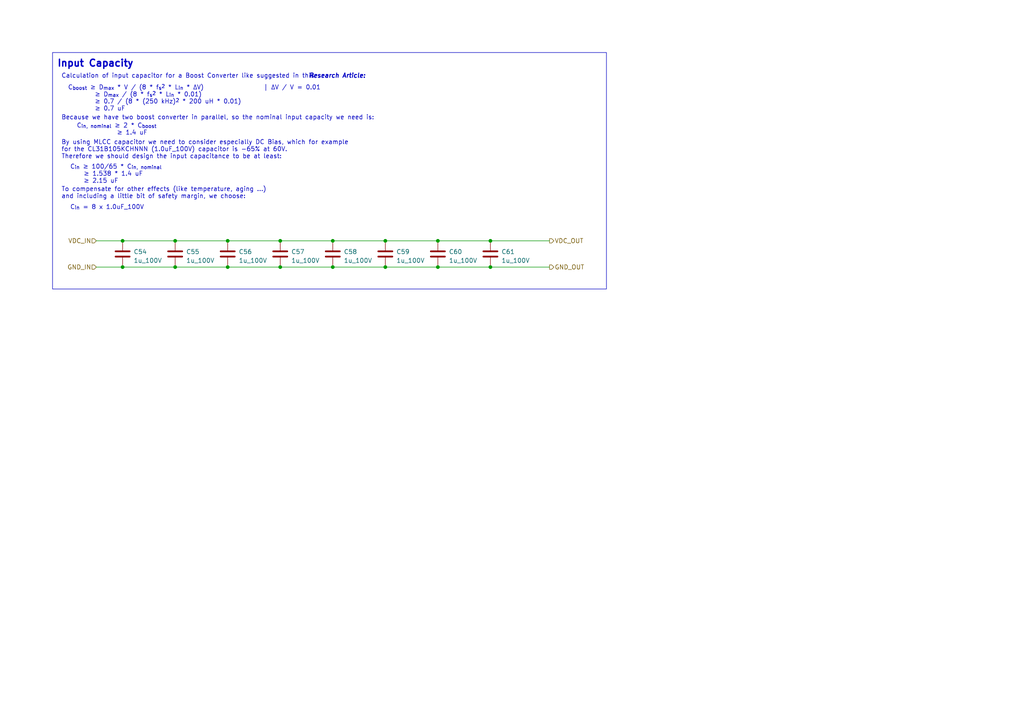
<source format=kicad_sch>
(kicad_sch (version 20231120) (generator "eeschema") (generator_version "8.0")
  (paper "A4")
  (lib_symbols
    (symbol "_C_1206:1u_100V" (pin_numbers hide) (pin_names (offset 0.254))
      (property "Reference" "C" (at 0.635 2.54 0))
      (property "Value" "1u_100V" (at 0.635 -2.54 0))
      (symbol "1u_100V_0_1"
        (polyline (pts (xy -2.032 -0.762) (xy 2.032 -0.762)) (stroke (width 0.508)))
        (polyline (pts (xy -2.032 0.762) (xy 2.032 0.762)) (stroke (width 0.508)))
      )
      (symbol "1u_100V_1_1"
        (pin passive line (at 0 3.81 270) (length 2.794) (name "~") (number "1"))
        (pin passive line (at 0 -3.81 90) (length 2.794) (name "~") (number "2"))
      )
    )
  )
  (junction (at 96.52 77.47))
  (junction (at 142.24 77.47))
  (junction (at 50.8 69.85))
  (junction (at 111.76 69.85))
  (junction (at 81.28 77.47))
  (junction (at 111.76 77.47))
  (junction (at 50.8 77.47))
  (junction (at 127 69.85))
  (junction (at 142.24 69.85))
  (junction (at 66.04 77.47))
  (junction (at 81.28 69.85))
  (junction (at 35.56 69.85))
  (junction (at 96.52 69.85))
  (junction (at 66.04 69.85))
  (junction (at 35.56 77.47))
  (junction (at 127 77.47))
  (wire (pts (xy 35.56 69.85) (xy 50.8 69.85)))
  (wire (pts (xy 111.76 77.47) (xy 127 77.47)))
  (wire (pts (xy 35.56 77.47) (xy 50.8 77.47)))
  (wire (pts (xy 96.52 69.85) (xy 111.76 69.85)))
  (wire (pts (xy 142.24 77.47) (xy 159.385 77.47)))
  (wire (pts (xy 66.04 77.47) (xy 81.28 77.47)))
  (wire (pts (xy 111.76 69.85) (xy 127 69.85)))
  (wire (pts (xy 142.24 69.85) (xy 159.385 69.85)))
  (wire (pts (xy 50.8 69.85) (xy 66.04 69.85)))
  (wire (pts (xy 127 69.85) (xy 142.24 69.85)))
  (wire (pts (xy 81.28 77.47) (xy 96.52 77.47)))
  (wire (pts (xy 66.04 69.85) (xy 81.28 69.85)))
  (wire (pts (xy 27.94 77.47) (xy 35.56 77.47)))
  (wire (pts (xy 81.28 69.85) (xy 96.52 69.85)))
  (wire (pts (xy 50.8 77.47) (xy 66.04 77.47)))
  (wire (pts (xy 27.94 69.85) (xy 35.56 69.85)))
  (wire (pts (xy 127 77.47) (xy 142.24 77.47)))
  (wire (pts (xy 96.52 77.47) (xy 111.76 77.47)))
  (rectangle (start 15.24 15.24) (end 175.895 83.82))
  (text "C_{in} = 8 x 1.0uF_100V" (at 20.32 60.96 0) (effects (font (size 1.27 1.27)) (justify left bottom)))
  (text "Calculation of input capacitor for a Boost Converter like suggested in this" (at 17.78 22.86 0) (effects (font (size 1.27 1.27)) (justify left bottom)))
  (text "C_{boost} ≥ D_{max} * V / (8 * f_{s}^{2} * L_{in} * ΔV)                  | ΔV / V = 0.01\n        ≥ D_{max} / (8 * f_{s}^{2} * L_{in} * 0.01)\n        ≥ 0.7 / (8 * (250 kHz)^{2} * 200 uH * 0.01)\n        ≥ 0.7 uF" (at 19.685 32.385 0) (effects (font (size 1.27 1.27)) (justify left bottom)))
  (text "Research Article:" (at 89.535 22.86 0) (effects (font (size 1.27 1.27) (thickness 0.254) (bold yes) (italic yes)) (justify left bottom)))
  (text "C_{in} ≥ 100/65 * C_{in, nominal}\n    ≥ 1.538 * 1.4 uF\n    ≥ 2.15 uF\n" (at 20.32 53.34 0) (effects (font (size 1.27 1.27)) (justify left bottom)))
  (text "To compensate for other effects (like temperature, aging ...)\nand including a little bit of safety margin, we choose:" (at 17.78 57.785 0) (effects (font (size 1.27 1.27)) (justify left bottom)))
  (text "By using MLCC capacitor we need to consider especially DC Bias, which for example\nfor the CL31B105KCHNNN (1.0uF_100V) capacitor is -65% at 60V.\nTherefore we should design the input capacitance to be at least:\n " (at 17.78 48.26 0) (effects (font (size 1.27 1.27)) (justify left bottom)))
  (text "Input Capacity" (at 16.51 19.685 0) (effects (font (size 2 2) (bold yes)) (justify left bottom)))
  (text "Because we have two boost converter in parallel, so the nominal input capacity we need is:\n" (at 17.78 34.925 0) (effects (font (size 1.27 1.27)) (justify left bottom)))
  (text "C_{in, nominal} ≥ 2 * C_{boost}\n            ≥ 1.4 uF\n" (at 22.225 39.37 0) (effects (font (size 1.27 1.27)) (justify left bottom)))
  (hierarchical_label "VDC_OUT" (shape output) (at 159.385 69.85 0))
  (hierarchical_label "VDC_IN" (shape input) (at 27.94 69.85 180))
  (hierarchical_label "GND_IN" (shape input) (at 27.94 77.47 180))
  (hierarchical_label "GND_OUT" (shape output) (at 159.385 77.47 0))
  (symbol (lib_id "_C_1206:1u_100V") (at 111.76 73.66 0) (unit 1)
    (property "Reference" "C59" (at 114.935 73.025 0) (effects (justify left)))
    (property "Value" "1u_100V" (at 114.935 75.565 0) (effects (justify left)))
    (property "Footprint" "Capacitor_SMD:C_1206_3216Metric" (effects (hide yes)))
    (property "Datasheet" "https://product.samsungsem.com/mlcc/CL31B105KCHNNN.do" (effects (hide yes)))
    (property "OC_LCSC" "C13832" (effects (hide yes)))
  )
  (symbol (lib_id "_C_1206:1u_100V") (at 81.28 73.66 0) (unit 1)
    (property "Reference" "C57" (at 84.455 73.025 0) (effects (justify left)))
    (property "Value" "1u_100V" (at 84.455 75.565 0) (effects (justify left)))
    (property "Footprint" "Capacitor_SMD:C_1206_3216Metric" (effects (hide yes)))
    (property "Datasheet" "https://product.samsungsem.com/mlcc/CL31B105KCHNNN.do" (effects (hide yes)))
    (property "OC_LCSC" "C13832" (effects (hide yes)))
  )
  (symbol (lib_id "_C_1206:1u_100V") (at 50.8 73.66 0) (unit 1)
    (property "Reference" "C55" (at 53.975 73.025 0) (effects (justify left)))
    (property "Value" "1u_100V" (at 53.975 75.565 0) (effects (justify left)))
    (property "Footprint" "Capacitor_SMD:C_1206_3216Metric" (effects (hide yes)))
    (property "Datasheet" "https://product.samsungsem.com/mlcc/CL31B105KCHNNN.do" (effects (hide yes)))
    (property "OC_LCSC" "C13832" (effects (hide yes)))
  )
  (symbol (lib_id "_C_1206:1u_100V") (at 142.24 73.66 0) (unit 1)
    (property "Reference" "C61" (at 145.415 73.025 0) (effects (justify left)))
    (property "Value" "1u_100V" (at 145.415 75.565 0) (effects (justify left)))
    (property "Footprint" "Capacitor_SMD:C_1206_3216Metric" (effects (hide yes)))
    (property "Datasheet" "https://product.samsungsem.com/mlcc/CL31B105KCHNNN.do" (effects (hide yes)))
    (property "OC_LCSC" "C13832" (effects (hide yes)))
  )
  (symbol (lib_id "_C_1206:1u_100V") (at 35.56 73.66 0) (unit 1)
    (property "Reference" "C54" (at 38.735 73.025 0) (effects (justify left)))
    (property "Value" "1u_100V" (at 38.735 75.565 0) (effects (justify left)))
    (property "Footprint" "Capacitor_SMD:C_1206_3216Metric" (effects (hide yes)))
    (property "Datasheet" "https://product.samsungsem.com/mlcc/CL31B105KCHNNN.do" (effects (hide yes)))
    (property "OC_LCSC" "C13832" (effects (hide yes)))
  )
  (symbol (lib_id "_C_1206:1u_100V") (at 96.52 73.66 0) (unit 1)
    (property "Reference" "C58" (at 99.695 73.025 0) (effects (justify left)))
    (property "Value" "1u_100V" (at 99.695 75.565 0) (effects (justify left)))
    (property "Footprint" "Capacitor_SMD:C_1206_3216Metric" (effects (hide yes)))
    (property "Datasheet" "https://product.samsungsem.com/mlcc/CL31B105KCHNNN.do" (effects (hide yes)))
    (property "OC_LCSC" "C13832" (effects (hide yes)))
  )
  (symbol (lib_id "_C_1206:1u_100V") (at 127 73.66 0) (unit 1)
    (property "Reference" "C60" (at 130.175 73.025 0) (effects (justify left)))
    (property "Value" "1u_100V" (at 130.175 75.565 0) (effects (justify left)))
    (property "Footprint" "Capacitor_SMD:C_1206_3216Metric" (effects (hide yes)))
    (property "Datasheet" "https://product.samsungsem.com/mlcc/CL31B105KCHNNN.do" (effects (hide yes)))
    (property "OC_LCSC" "C13832" (effects (hide yes)))
  )
  (symbol (lib_id "_C_1206:1u_100V") (at 66.04 73.66 0) (unit 1)
    (property "Reference" "C56" (at 69.215 73.025 0) (effects (justify left)))
    (property "Value" "1u_100V" (at 69.215 75.565 0) (effects (justify left)))
    (property "Footprint" "Capacitor_SMD:C_1206_3216Metric" (effects (hide yes)))
    (property "Datasheet" "https://product.samsungsem.com/mlcc/CL31B105KCHNNN.do" (effects (hide yes)))
    (property "OC_LCSC" "C13832" (effects (hide yes)))
  )
)
</source>
